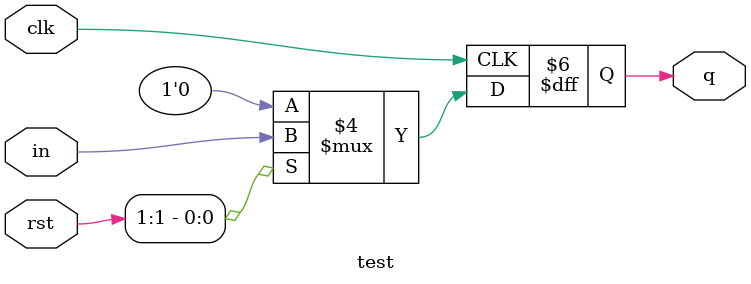
<source format=v>
module test (q, clk, rst, in);
 input in, clk;
 input [1:0] rst;
 output q;
 reg q;
 always @(posedge clk)
   if (~rst[1]) //reset signal "rst[1]" is a bit select
     q <= 0;
   else
     q <= in;
endmodule


</source>
